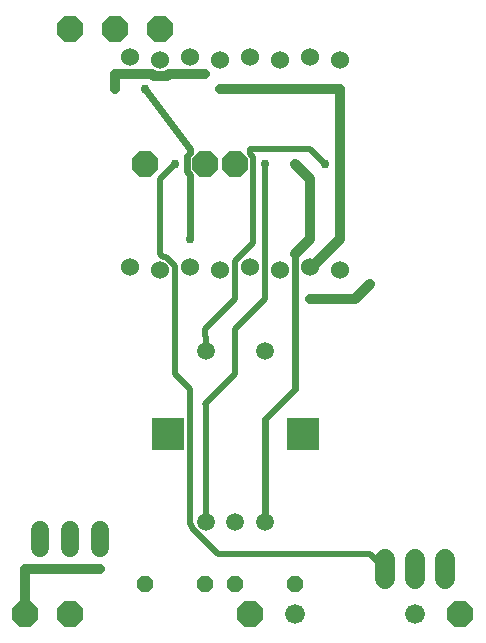
<source format=gbr>
G04 EAGLE Gerber RS-274X export*
G75*
%MOMM*%
%FSLAX34Y34*%
%LPD*%
%INBottom Copper*%
%IPPOS*%
%AMOC8*
5,1,8,0,0,1.08239X$1,22.5*%
G01*
%ADD10P,1.429621X8X202.500000*%
%ADD11P,1.429621X8X22.500000*%
%ADD12C,1.676400*%
%ADD13C,1.508000*%
%ADD14R,2.700000X2.700000*%
%ADD15P,2.336880X8X22.500000*%
%ADD16C,1.524000*%
%ADD17C,1.524000*%
%ADD18P,2.336880X8X202.500000*%
%ADD19C,1.676400*%
%ADD20P,2.336880X8X112.500000*%
%ADD21C,0.756400*%
%ADD22C,0.812800*%
%ADD23C,0.609600*%
%ADD24C,0.152400*%
%ADD25C,0.508000*%


D10*
X254000Y63500D03*
X203200Y63500D03*
D11*
X127000Y63500D03*
X177800Y63500D03*
D12*
X355600Y38100D03*
X254000Y38100D03*
D13*
X203200Y115500D03*
X178200Y115500D03*
X228700Y115500D03*
X178200Y260500D03*
X228200Y260500D03*
D14*
X146200Y190500D03*
X260200Y190500D03*
D15*
X139700Y533400D03*
X127000Y419100D03*
D16*
X38100Y109220D02*
X38100Y93980D01*
X63500Y93980D02*
X63500Y109220D01*
X88900Y109220D02*
X88900Y93980D01*
D17*
X114300Y331470D03*
X139700Y328930D03*
X165100Y331470D03*
X190500Y328930D03*
X215900Y331470D03*
X241300Y328930D03*
X266700Y331470D03*
X292100Y328930D03*
X292100Y506730D03*
X266700Y509270D03*
X241300Y506730D03*
X215900Y509270D03*
X190500Y506730D03*
X165100Y509270D03*
X139700Y506730D03*
X114300Y509270D03*
D18*
X215900Y38100D03*
X393700Y38100D03*
D19*
X330200Y67818D02*
X330200Y84582D01*
X355600Y84582D02*
X355600Y67818D01*
X381000Y67818D02*
X381000Y84582D01*
D15*
X101600Y533400D03*
X177800Y419100D03*
X63500Y533400D03*
X203200Y419100D03*
D20*
X63500Y38100D03*
D15*
X25400Y38100D03*
D21*
X317500Y317500D03*
D22*
X304800Y304800D01*
X266700Y304800D01*
D21*
X266700Y304800D03*
D22*
X266700Y331470D02*
X267970Y331470D01*
X292100Y355600D01*
X292100Y482600D01*
X190500Y482600D01*
D21*
X190500Y482600D03*
X127000Y482600D03*
X165100Y355600D03*
D23*
X165100Y431800D02*
X127000Y482600D01*
X165100Y431800D02*
X165100Y428132D01*
X162433Y425465D01*
X162433Y412735D01*
X165100Y410068D01*
X165100Y355600D01*
D21*
X101600Y482600D03*
D24*
X101600Y495300D01*
D21*
X177800Y495300D03*
D22*
X101600Y495300D02*
X101600Y482600D01*
X145171Y493522D02*
X146949Y495300D01*
X145171Y493522D02*
X134229Y493522D01*
X132451Y495300D01*
X101600Y495300D01*
X146949Y495300D02*
X177800Y495300D01*
D21*
X228600Y419100D03*
D25*
X228600Y304800D01*
X203200Y279400D01*
X203200Y241300D01*
X178200Y215500D02*
X178200Y115500D01*
X178200Y215500D02*
X177800Y215900D01*
X203200Y241300D01*
D24*
X202946Y304546D02*
X202946Y304800D01*
X178069Y266706D02*
X178200Y260500D01*
D21*
X279400Y419100D03*
D25*
X266700Y431800D01*
X215900Y431800D01*
X215900Y427414D01*
X218059Y425255D01*
X218059Y351949D01*
X202946Y336836D01*
X202946Y304800D01*
X202946Y304546D02*
X177800Y279400D01*
X178069Y266706D01*
D21*
X152400Y419100D03*
D25*
X139700Y406400D01*
X139700Y342900D01*
X141986Y340614D01*
X144540Y340614D01*
X152400Y332754D01*
X152400Y241300D01*
X165100Y228600D01*
X165100Y114300D01*
X166596Y112804D01*
X166596Y110693D01*
X188389Y88900D01*
X317500Y88900D01*
X330200Y76200D01*
D21*
X254000Y419100D03*
D22*
X266700Y406400D01*
X266700Y355600D01*
X254000Y342900D01*
D23*
X228600Y203200D02*
X228700Y115500D01*
X228600Y203200D02*
X254000Y228600D01*
X254000Y342900D01*
D21*
X88900Y76200D03*
D22*
X25400Y76200D01*
X25400Y38100D01*
M02*

</source>
